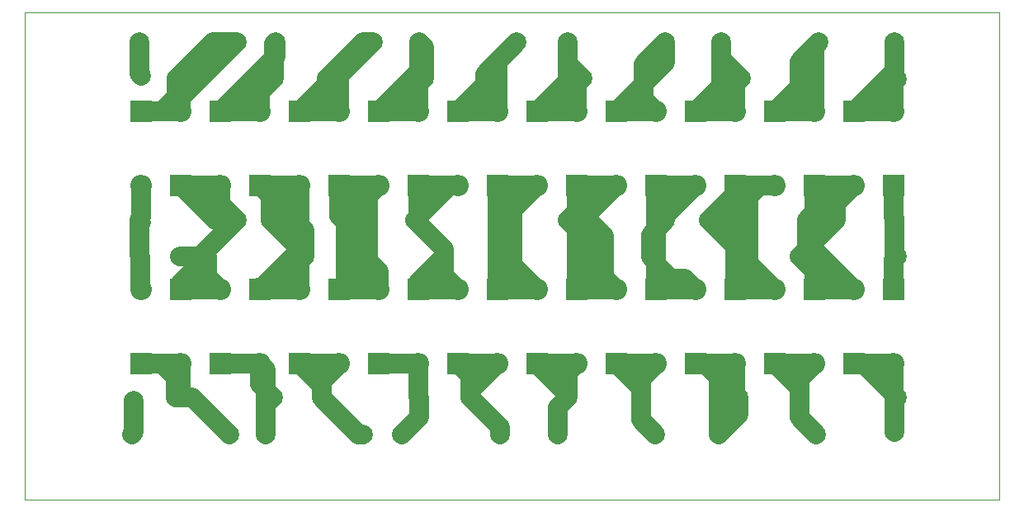
<source format=gbr>
G04 #@! TF.GenerationSoftware,KiCad,Pcbnew,5.1.4-e60b266~84~ubuntu16.04.1*
G04 #@! TF.CreationDate,2019-10-09T00:34:16-05:00*
G04 #@! TF.ProjectId,10x10p,31307831-3070-42e6-9b69-6361645f7063,rev?*
G04 #@! TF.SameCoordinates,Original*
G04 #@! TF.FileFunction,Copper,L2,Bot*
G04 #@! TF.FilePolarity,Positive*
%FSLAX46Y46*%
G04 Gerber Fmt 4.6, Leading zero omitted, Abs format (unit mm)*
G04 Created by KiCad (PCBNEW 5.1.4-e60b266~84~ubuntu16.04.1) date 2019-10-09 00:34:16*
%MOMM*%
%LPD*%
G04 APERTURE LIST*
G04 #@! TA.AperFunction,NonConductor*
%ADD10C,0.050000*%
G04 #@! TD*
G04 #@! TA.AperFunction,ComponentPad*
%ADD11C,1.998980*%
G04 #@! TD*
G04 #@! TA.AperFunction,ComponentPad*
%ADD12C,2.000000*%
G04 #@! TD*
G04 #@! TA.AperFunction,ComponentPad*
%ADD13O,2.200000X2.200000*%
G04 #@! TD*
G04 #@! TA.AperFunction,ComponentPad*
%ADD14R,2.200000X2.200000*%
G04 #@! TD*
G04 #@! TA.AperFunction,Conductor*
%ADD15C,2.000000*%
G04 #@! TD*
G04 APERTURE END LIST*
D10*
X50000000Y-100000000D02*
X50000000Y-50000000D01*
X150000000Y-100000000D02*
X50000000Y-100000000D01*
X150000000Y-50000000D02*
X150000000Y-100000000D01*
X50000000Y-50000000D02*
X150000000Y-50000000D01*
D11*
G04 #@! TO.P,HV1,1*
G04 #@! TO.N,/multiplier/HV1*
X65943800Y-75040400D03*
G04 #@! TD*
G04 #@! TO.P,IN2,1*
G04 #@! TO.N,/multiplier/IN2*
X61219400Y-89848600D03*
G04 #@! TD*
G04 #@! TO.P,IN1,1*
G04 #@! TO.N,/multiplier/IN1*
X61930600Y-56447600D03*
G04 #@! TD*
G04 #@! TO.P,HV9,1*
G04 #@! TO.N,/multiplier/HV9*
X133240000Y-71040000D03*
G04 #@! TD*
G04 #@! TO.P,OUT1,1*
G04 #@! TO.N,/multiplier/OUT1*
X139240000Y-53040000D03*
G04 #@! TD*
G04 #@! TO.P,HV0,1*
G04 #@! TO.N,/multiplier/HV0*
X61879800Y-75040400D03*
G04 #@! TD*
G04 #@! TO.P,OUT2,1*
G04 #@! TO.N,/multiplier/OUT2*
X139240000Y-93040000D03*
G04 #@! TD*
G04 #@! TO.P,HV10,1*
G04 #@! TO.N,/multiplier/HV10*
X139240000Y-71040000D03*
G04 #@! TD*
D12*
G04 #@! TO.P,C30,2*
G04 #@! TO.N,Net-(C29-Pad1)*
X129490000Y-89540000D03*
G04 #@! TO.P,C30,1*
G04 #@! TO.N,/multiplier/OUT2*
X139490000Y-89540000D03*
G04 #@! TD*
G04 #@! TO.P,C29,2*
G04 #@! TO.N,Net-(C28-Pad1)*
X121240000Y-93290000D03*
G04 #@! TO.P,C29,1*
G04 #@! TO.N,Net-(C29-Pad1)*
X131240000Y-93290000D03*
G04 #@! TD*
G04 #@! TO.P,C28,2*
G04 #@! TO.N,Net-(C27-Pad1)*
X113240000Y-89540000D03*
G04 #@! TO.P,C28,1*
G04 #@! TO.N,Net-(C28-Pad1)*
X123240000Y-89540000D03*
G04 #@! TD*
G04 #@! TO.P,C27,2*
G04 #@! TO.N,Net-(C26-Pad1)*
X104740000Y-93290000D03*
G04 #@! TO.P,C27,1*
G04 #@! TO.N,Net-(C27-Pad1)*
X114740000Y-93290000D03*
G04 #@! TD*
G04 #@! TO.P,C26,2*
G04 #@! TO.N,Net-(C25-Pad1)*
X95740000Y-89540000D03*
G04 #@! TO.P,C26,1*
G04 #@! TO.N,Net-(C26-Pad1)*
X105740000Y-89540000D03*
G04 #@! TD*
G04 #@! TO.P,C25,2*
G04 #@! TO.N,Net-(C24-Pad1)*
X88740000Y-93290000D03*
G04 #@! TO.P,C25,1*
G04 #@! TO.N,Net-(C25-Pad1)*
X98740000Y-93290000D03*
G04 #@! TD*
G04 #@! TO.P,C24,2*
G04 #@! TO.N,Net-(C23-Pad1)*
X80490000Y-89540000D03*
G04 #@! TO.P,C24,1*
G04 #@! TO.N,Net-(C24-Pad1)*
X90490000Y-89540000D03*
G04 #@! TD*
G04 #@! TO.P,C23,2*
G04 #@! TO.N,Net-(C22-Pad1)*
X74740000Y-93290000D03*
G04 #@! TO.P,C23,1*
G04 #@! TO.N,Net-(C23-Pad1)*
X84740000Y-93290000D03*
G04 #@! TD*
G04 #@! TO.P,C22,2*
G04 #@! TO.N,Net-(C21-Pad1)*
X65494200Y-89518400D03*
G04 #@! TO.P,C22,1*
G04 #@! TO.N,Net-(C22-Pad1)*
X75494200Y-89518400D03*
G04 #@! TD*
G04 #@! TO.P,C21,2*
G04 #@! TO.N,/multiplier/IN2*
X60990000Y-93290000D03*
G04 #@! TO.P,C21,1*
G04 #@! TO.N,Net-(C21-Pad1)*
X70990000Y-93290000D03*
G04 #@! TD*
G04 #@! TO.P,C20,2*
G04 #@! TO.N,/multiplier/HV9*
X129490000Y-75040000D03*
G04 #@! TO.P,C20,1*
G04 #@! TO.N,/multiplier/HV10*
X139490000Y-75040000D03*
G04 #@! TD*
G04 #@! TO.P,C19,2*
G04 #@! TO.N,Net-(C18-Pad1)*
X120240000Y-71290000D03*
G04 #@! TO.P,C19,1*
G04 #@! TO.N,/multiplier/HV9*
X130240000Y-71290000D03*
G04 #@! TD*
G04 #@! TO.P,C18,2*
G04 #@! TO.N,Net-(C17-Pad1)*
X114240000Y-75040000D03*
G04 #@! TO.P,C18,1*
G04 #@! TO.N,Net-(C18-Pad1)*
X124240000Y-75040000D03*
G04 #@! TD*
G04 #@! TO.P,C17,2*
G04 #@! TO.N,Net-(C16-Pad1)*
X105740000Y-71332000D03*
G04 #@! TO.P,C17,1*
G04 #@! TO.N,Net-(C17-Pad1)*
X115740000Y-71332000D03*
G04 #@! TD*
G04 #@! TO.P,C16,2*
G04 #@! TO.N,Net-(C15-Pad1)*
X99490000Y-75040000D03*
G04 #@! TO.P,C16,1*
G04 #@! TO.N,Net-(C16-Pad1)*
X109490000Y-75040000D03*
G04 #@! TD*
G04 #@! TO.P,C15,2*
G04 #@! TO.N,Net-(C14-Pad1)*
X90056000Y-71332000D03*
G04 #@! TO.P,C15,1*
G04 #@! TO.N,Net-(C15-Pad1)*
X100056000Y-71332000D03*
G04 #@! TD*
G04 #@! TO.P,C14,2*
G04 #@! TO.N,Net-(C13-Pad1)*
X82990000Y-75040000D03*
G04 #@! TO.P,C14,1*
G04 #@! TO.N,Net-(C14-Pad1)*
X92990000Y-75040000D03*
G04 #@! TD*
G04 #@! TO.P,C13,2*
G04 #@! TO.N,Net-(C12-Pad1)*
X75240000Y-71290000D03*
G04 #@! TO.P,C13,1*
G04 #@! TO.N,Net-(C13-Pad1)*
X85240000Y-71290000D03*
G04 #@! TD*
G04 #@! TO.P,C12,2*
G04 #@! TO.N,/multiplier/HV1*
X68720000Y-75040400D03*
G04 #@! TO.P,C12,1*
G04 #@! TO.N,Net-(C12-Pad1)*
X78720000Y-75040400D03*
G04 #@! TD*
G04 #@! TO.P,C11,2*
G04 #@! TO.N,/multiplier/HV0*
X61740000Y-71290000D03*
G04 #@! TO.P,C11,1*
G04 #@! TO.N,/multiplier/HV1*
X71740000Y-71290000D03*
G04 #@! TD*
G04 #@! TO.P,C10,2*
G04 #@! TO.N,Net-(C10-Pad2)*
X129490000Y-56790000D03*
G04 #@! TO.P,C10,1*
G04 #@! TO.N,/multiplier/OUT1*
X139490000Y-56790000D03*
G04 #@! TD*
G04 #@! TO.P,C9,2*
G04 #@! TO.N,Net-(C8-Pad1)*
X121490000Y-53040000D03*
G04 #@! TO.P,C9,1*
G04 #@! TO.N,Net-(C10-Pad2)*
X131490000Y-53040000D03*
G04 #@! TD*
G04 #@! TO.P,C8,2*
G04 #@! TO.N,Net-(C7-Pad1)*
X113518000Y-56727000D03*
G04 #@! TO.P,C8,1*
G04 #@! TO.N,Net-(C8-Pad1)*
X123518000Y-56727000D03*
G04 #@! TD*
G04 #@! TO.P,C7,2*
G04 #@! TO.N,Net-(C6-Pad1)*
X105740000Y-53040000D03*
G04 #@! TO.P,C7,1*
G04 #@! TO.N,Net-(C7-Pad1)*
X115740000Y-53040000D03*
G04 #@! TD*
G04 #@! TO.P,C6,2*
G04 #@! TO.N,Net-(C5-Pad1)*
X97218800Y-56752400D03*
G04 #@! TO.P,C6,1*
G04 #@! TO.N,Net-(C6-Pad1)*
X107218800Y-56752400D03*
G04 #@! TD*
G04 #@! TO.P,C5,2*
G04 #@! TO.N,Net-(C4-Pad1)*
X90490000Y-53040000D03*
G04 #@! TO.P,C5,1*
G04 #@! TO.N,Net-(C5-Pad1)*
X100490000Y-53040000D03*
G04 #@! TD*
G04 #@! TO.P,C4,2*
G04 #@! TO.N,Net-(C3-Pad1)*
X81006000Y-56752400D03*
G04 #@! TO.P,C4,1*
G04 #@! TO.N,Net-(C4-Pad1)*
X91006000Y-56752400D03*
G04 #@! TD*
G04 #@! TO.P,C3,2*
G04 #@! TO.N,Net-(C2-Pad1)*
X75740000Y-53040000D03*
G04 #@! TO.P,C3,1*
G04 #@! TO.N,Net-(C3-Pad1)*
X85740000Y-53040000D03*
G04 #@! TD*
G04 #@! TO.P,C2,2*
G04 #@! TO.N,Net-(C1-Pad1)*
X65595800Y-56752400D03*
G04 #@! TO.P,C2,1*
G04 #@! TO.N,Net-(C2-Pad1)*
X75595800Y-56752400D03*
G04 #@! TD*
G04 #@! TO.P,C1,2*
G04 #@! TO.N,/multiplier/IN1*
X61740000Y-53040000D03*
G04 #@! TO.P,C1,1*
G04 #@! TO.N,Net-(C1-Pad1)*
X71740000Y-53040000D03*
G04 #@! TD*
D13*
G04 #@! TO.P,D40,2*
G04 #@! TO.N,/multiplier/OUT2*
X139172000Y-86072000D03*
D14*
G04 #@! TO.P,D40,1*
G04 #@! TO.N,/multiplier/HV10*
X139172000Y-78452000D03*
G04 #@! TD*
D13*
G04 #@! TO.P,D39,2*
G04 #@! TO.N,/multiplier/HV9*
X135108000Y-78452000D03*
D14*
G04 #@! TO.P,D39,1*
G04 #@! TO.N,/multiplier/OUT2*
X135108000Y-86072000D03*
G04 #@! TD*
D13*
G04 #@! TO.P,D38,2*
G04 #@! TO.N,Net-(C29-Pad1)*
X131044000Y-86072000D03*
D14*
G04 #@! TO.P,D38,1*
G04 #@! TO.N,/multiplier/HV9*
X131044000Y-78452000D03*
G04 #@! TD*
D13*
G04 #@! TO.P,D37,2*
G04 #@! TO.N,Net-(C18-Pad1)*
X126980000Y-78452000D03*
D14*
G04 #@! TO.P,D37,1*
G04 #@! TO.N,Net-(C29-Pad1)*
X126980000Y-86072000D03*
G04 #@! TD*
D13*
G04 #@! TO.P,D36,2*
G04 #@! TO.N,Net-(C28-Pad1)*
X122916000Y-86072000D03*
D14*
G04 #@! TO.P,D36,1*
G04 #@! TO.N,Net-(C18-Pad1)*
X122916000Y-78452000D03*
G04 #@! TD*
D13*
G04 #@! TO.P,D35,2*
G04 #@! TO.N,Net-(C17-Pad1)*
X118852000Y-78452000D03*
D14*
G04 #@! TO.P,D35,1*
G04 #@! TO.N,Net-(C28-Pad1)*
X118852000Y-86072000D03*
G04 #@! TD*
D13*
G04 #@! TO.P,D34,2*
G04 #@! TO.N,Net-(C27-Pad1)*
X114788000Y-86072000D03*
D14*
G04 #@! TO.P,D34,1*
G04 #@! TO.N,Net-(C17-Pad1)*
X114788000Y-78452000D03*
G04 #@! TD*
D13*
G04 #@! TO.P,D33,2*
G04 #@! TO.N,Net-(C16-Pad1)*
X110724000Y-78452000D03*
D14*
G04 #@! TO.P,D33,1*
G04 #@! TO.N,Net-(C27-Pad1)*
X110724000Y-86072000D03*
G04 #@! TD*
D13*
G04 #@! TO.P,D32,2*
G04 #@! TO.N,Net-(C26-Pad1)*
X106660000Y-86072000D03*
D14*
G04 #@! TO.P,D32,1*
G04 #@! TO.N,Net-(C16-Pad1)*
X106660000Y-78452000D03*
G04 #@! TD*
D13*
G04 #@! TO.P,D31,2*
G04 #@! TO.N,Net-(C15-Pad1)*
X102596000Y-78452000D03*
D14*
G04 #@! TO.P,D31,1*
G04 #@! TO.N,Net-(C26-Pad1)*
X102596000Y-86072000D03*
G04 #@! TD*
D13*
G04 #@! TO.P,D30,2*
G04 #@! TO.N,Net-(C25-Pad1)*
X98532000Y-86072000D03*
D14*
G04 #@! TO.P,D30,1*
G04 #@! TO.N,Net-(C15-Pad1)*
X98532000Y-78452000D03*
G04 #@! TD*
D13*
G04 #@! TO.P,D29,2*
G04 #@! TO.N,Net-(C14-Pad1)*
X94468000Y-78452000D03*
D14*
G04 #@! TO.P,D29,1*
G04 #@! TO.N,Net-(C25-Pad1)*
X94468000Y-86072000D03*
G04 #@! TD*
D13*
G04 #@! TO.P,D28,2*
G04 #@! TO.N,Net-(C24-Pad1)*
X90404000Y-86072000D03*
D14*
G04 #@! TO.P,D28,1*
G04 #@! TO.N,Net-(C14-Pad1)*
X90404000Y-78452000D03*
G04 #@! TD*
D13*
G04 #@! TO.P,D27,2*
G04 #@! TO.N,Net-(C13-Pad1)*
X86340000Y-78452000D03*
D14*
G04 #@! TO.P,D27,1*
G04 #@! TO.N,Net-(C24-Pad1)*
X86340000Y-86072000D03*
G04 #@! TD*
D13*
G04 #@! TO.P,D26,2*
G04 #@! TO.N,Net-(C23-Pad1)*
X82276000Y-86072000D03*
D14*
G04 #@! TO.P,D26,1*
G04 #@! TO.N,Net-(C13-Pad1)*
X82276000Y-78452000D03*
G04 #@! TD*
D13*
G04 #@! TO.P,D25,2*
G04 #@! TO.N,Net-(C12-Pad1)*
X78212000Y-78452000D03*
D14*
G04 #@! TO.P,D25,1*
G04 #@! TO.N,Net-(C23-Pad1)*
X78212000Y-86072000D03*
G04 #@! TD*
D13*
G04 #@! TO.P,D24,2*
G04 #@! TO.N,Net-(C22-Pad1)*
X74148000Y-86072000D03*
D14*
G04 #@! TO.P,D24,1*
G04 #@! TO.N,Net-(C12-Pad1)*
X74148000Y-78452000D03*
G04 #@! TD*
D13*
G04 #@! TO.P,D23,2*
G04 #@! TO.N,/multiplier/HV1*
X70084000Y-78452000D03*
D14*
G04 #@! TO.P,D23,1*
G04 #@! TO.N,Net-(C22-Pad1)*
X70084000Y-86072000D03*
G04 #@! TD*
D13*
G04 #@! TO.P,D22,2*
G04 #@! TO.N,Net-(C21-Pad1)*
X66020000Y-86072000D03*
D14*
G04 #@! TO.P,D22,1*
G04 #@! TO.N,/multiplier/HV1*
X66020000Y-78452000D03*
G04 #@! TD*
D13*
G04 #@! TO.P,D21,2*
G04 #@! TO.N,/multiplier/HV0*
X61956000Y-78452000D03*
D14*
G04 #@! TO.P,D21,1*
G04 #@! TO.N,Net-(C21-Pad1)*
X61956000Y-86072000D03*
G04 #@! TD*
D13*
G04 #@! TO.P,D20,2*
G04 #@! TO.N,/multiplier/OUT1*
X139172000Y-60156000D03*
D14*
G04 #@! TO.P,D20,1*
G04 #@! TO.N,/multiplier/HV10*
X139172000Y-67776000D03*
G04 #@! TD*
D13*
G04 #@! TO.P,D19,2*
G04 #@! TO.N,/multiplier/HV9*
X135108000Y-67776000D03*
D14*
G04 #@! TO.P,D19,1*
G04 #@! TO.N,/multiplier/OUT1*
X135108000Y-60156000D03*
G04 #@! TD*
D13*
G04 #@! TO.P,D18,2*
G04 #@! TO.N,Net-(C10-Pad2)*
X131044000Y-60156000D03*
D14*
G04 #@! TO.P,D18,1*
G04 #@! TO.N,/multiplier/HV9*
X131044000Y-67776000D03*
G04 #@! TD*
D13*
G04 #@! TO.P,D17,2*
G04 #@! TO.N,Net-(C18-Pad1)*
X126980000Y-67776000D03*
D14*
G04 #@! TO.P,D17,1*
G04 #@! TO.N,Net-(C10-Pad2)*
X126980000Y-60156000D03*
G04 #@! TD*
D13*
G04 #@! TO.P,D16,2*
G04 #@! TO.N,Net-(C8-Pad1)*
X122916000Y-60156000D03*
D14*
G04 #@! TO.P,D16,1*
G04 #@! TO.N,Net-(C18-Pad1)*
X122916000Y-67776000D03*
G04 #@! TD*
D13*
G04 #@! TO.P,D15,2*
G04 #@! TO.N,Net-(C17-Pad1)*
X118852000Y-67776000D03*
D14*
G04 #@! TO.P,D15,1*
G04 #@! TO.N,Net-(C8-Pad1)*
X118852000Y-60156000D03*
G04 #@! TD*
D13*
G04 #@! TO.P,D14,2*
G04 #@! TO.N,Net-(C7-Pad1)*
X114788000Y-60156000D03*
D14*
G04 #@! TO.P,D14,1*
G04 #@! TO.N,Net-(C17-Pad1)*
X114788000Y-67776000D03*
G04 #@! TD*
D13*
G04 #@! TO.P,D13,2*
G04 #@! TO.N,Net-(C16-Pad1)*
X110724000Y-67776000D03*
D14*
G04 #@! TO.P,D13,1*
G04 #@! TO.N,Net-(C7-Pad1)*
X110724000Y-60156000D03*
G04 #@! TD*
D13*
G04 #@! TO.P,D12,2*
G04 #@! TO.N,Net-(C6-Pad1)*
X106660000Y-60156000D03*
D14*
G04 #@! TO.P,D12,1*
G04 #@! TO.N,Net-(C16-Pad1)*
X106660000Y-67776000D03*
G04 #@! TD*
D13*
G04 #@! TO.P,D11,2*
G04 #@! TO.N,Net-(C15-Pad1)*
X102596000Y-67776000D03*
D14*
G04 #@! TO.P,D11,1*
G04 #@! TO.N,Net-(C6-Pad1)*
X102596000Y-60156000D03*
G04 #@! TD*
D13*
G04 #@! TO.P,D10,2*
G04 #@! TO.N,Net-(C5-Pad1)*
X98532000Y-60156000D03*
D14*
G04 #@! TO.P,D10,1*
G04 #@! TO.N,Net-(C15-Pad1)*
X98532000Y-67776000D03*
G04 #@! TD*
D13*
G04 #@! TO.P,D9,2*
G04 #@! TO.N,Net-(C14-Pad1)*
X94468000Y-67776000D03*
D14*
G04 #@! TO.P,D9,1*
G04 #@! TO.N,Net-(C5-Pad1)*
X94468000Y-60156000D03*
G04 #@! TD*
D13*
G04 #@! TO.P,D8,2*
G04 #@! TO.N,Net-(C4-Pad1)*
X90404000Y-60156000D03*
D14*
G04 #@! TO.P,D8,1*
G04 #@! TO.N,Net-(C14-Pad1)*
X90404000Y-67776000D03*
G04 #@! TD*
D13*
G04 #@! TO.P,D7,2*
G04 #@! TO.N,Net-(C13-Pad1)*
X86340000Y-67776000D03*
D14*
G04 #@! TO.P,D7,1*
G04 #@! TO.N,Net-(C4-Pad1)*
X86340000Y-60156000D03*
G04 #@! TD*
D13*
G04 #@! TO.P,D6,2*
G04 #@! TO.N,Net-(C3-Pad1)*
X82276000Y-60156000D03*
D14*
G04 #@! TO.P,D6,1*
G04 #@! TO.N,Net-(C13-Pad1)*
X82276000Y-67776000D03*
G04 #@! TD*
D13*
G04 #@! TO.P,D5,2*
G04 #@! TO.N,Net-(C12-Pad1)*
X78212000Y-67776000D03*
D14*
G04 #@! TO.P,D5,1*
G04 #@! TO.N,Net-(C3-Pad1)*
X78212000Y-60156000D03*
G04 #@! TD*
D13*
G04 #@! TO.P,D4,2*
G04 #@! TO.N,Net-(C2-Pad1)*
X74148000Y-60156000D03*
D14*
G04 #@! TO.P,D4,1*
G04 #@! TO.N,Net-(C12-Pad1)*
X74148000Y-67776000D03*
G04 #@! TD*
D13*
G04 #@! TO.P,D3,2*
G04 #@! TO.N,/multiplier/HV1*
X70084000Y-67776000D03*
D14*
G04 #@! TO.P,D3,1*
G04 #@! TO.N,Net-(C2-Pad1)*
X70084000Y-60156000D03*
G04 #@! TD*
D13*
G04 #@! TO.P,D2,2*
G04 #@! TO.N,Net-(C1-Pad1)*
X66020000Y-60156000D03*
D14*
G04 #@! TO.P,D2,1*
G04 #@! TO.N,/multiplier/HV1*
X66020000Y-67776000D03*
G04 #@! TD*
D13*
G04 #@! TO.P,D1,2*
G04 #@! TO.N,/multiplier/HV0*
X61956000Y-67776000D03*
D14*
G04 #@! TO.P,D1,1*
G04 #@! TO.N,Net-(C1-Pad1)*
X61956000Y-60156000D03*
G04 #@! TD*
D15*
G04 #@! TO.N,Net-(C1-Pad1)*
X69308200Y-53040000D02*
X65595800Y-56752400D01*
X71740000Y-53040000D02*
X69308200Y-53040000D01*
X65595800Y-59731800D02*
X66020000Y-60156000D01*
X65595800Y-56752400D02*
X65595800Y-59731800D01*
X66020000Y-58760000D02*
X71740000Y-53040000D01*
X66020000Y-60156000D02*
X66020000Y-58760000D01*
X65595800Y-58599000D02*
X64038800Y-60156000D01*
X65595800Y-56752400D02*
X65595800Y-58599000D01*
X64038800Y-60156000D02*
X61956000Y-60156000D01*
X66020000Y-60156000D02*
X64038800Y-60156000D01*
G04 #@! TO.N,Net-(C2-Pad1)*
X70084000Y-60156000D02*
X74148000Y-60156000D01*
X74148000Y-58200200D02*
X75595800Y-56752400D01*
X74148000Y-60156000D02*
X74148000Y-58200200D01*
X75595800Y-53184200D02*
X75740000Y-53040000D01*
X75595800Y-56752400D02*
X75595800Y-53184200D01*
X72192200Y-60156000D02*
X75595800Y-56752400D01*
X70084000Y-60156000D02*
X72192200Y-60156000D01*
X75740000Y-54500000D02*
X70084000Y-60156000D01*
X75740000Y-53040000D02*
X75740000Y-54500000D01*
G04 #@! TO.N,Net-(C3-Pad1)*
X84718400Y-53040000D02*
X81006000Y-56752400D01*
X85740000Y-53040000D02*
X84718400Y-53040000D01*
X81006000Y-58886000D02*
X82276000Y-60156000D01*
X81006000Y-56752400D02*
X81006000Y-58886000D01*
X82276000Y-60156000D02*
X78212000Y-60156000D01*
X81006000Y-57362000D02*
X78212000Y-60156000D01*
X81006000Y-56752400D02*
X81006000Y-57362000D01*
X82276000Y-56504000D02*
X82276000Y-60156000D01*
X85740000Y-53040000D02*
X82276000Y-56504000D01*
G04 #@! TO.N,Net-(C4-Pad1)*
X86340000Y-60156000D02*
X90404000Y-60156000D01*
X90404000Y-57354400D02*
X91006000Y-56752400D01*
X90404000Y-60156000D02*
X90404000Y-57354400D01*
X91006000Y-53556000D02*
X90490000Y-53040000D01*
X91006000Y-56752400D02*
X91006000Y-53556000D01*
X87602400Y-60156000D02*
X91006000Y-56752400D01*
X86340000Y-60156000D02*
X87602400Y-60156000D01*
X90490000Y-56006000D02*
X86340000Y-60156000D01*
X90490000Y-53040000D02*
X90490000Y-56006000D01*
G04 #@! TO.N,Net-(C5-Pad1)*
X94468000Y-60156000D02*
X98532000Y-60156000D01*
X98532000Y-58065600D02*
X97218800Y-56752400D01*
X98532000Y-60156000D02*
X98532000Y-58065600D01*
X97218800Y-56311200D02*
X100490000Y-53040000D01*
X97218800Y-56752400D02*
X97218800Y-56311200D01*
X97218800Y-57405200D02*
X94468000Y-60156000D01*
X97218800Y-56752400D02*
X97218800Y-57405200D01*
X97218800Y-58842800D02*
X97218800Y-57405200D01*
X98532000Y-60156000D02*
X97218800Y-58842800D01*
X98532000Y-54998000D02*
X98532000Y-60156000D01*
X100490000Y-53040000D02*
X98532000Y-54998000D01*
G04 #@! TO.N,Net-(C6-Pad1)*
X106660000Y-57311200D02*
X107218800Y-56752400D01*
X106660000Y-60156000D02*
X106660000Y-57311200D01*
X106660000Y-60156000D02*
X102596000Y-60156000D01*
X103815200Y-60156000D02*
X107218800Y-56752400D01*
X102596000Y-60156000D02*
X103815200Y-60156000D01*
X105740000Y-55273600D02*
X107218800Y-56752400D01*
X105740000Y-53040000D02*
X105740000Y-55273600D01*
X105740000Y-57012000D02*
X102596000Y-60156000D01*
X105740000Y-53040000D02*
X105740000Y-57012000D01*
G04 #@! TO.N,Net-(C7-Pad1)*
X110724000Y-60156000D02*
X114788000Y-60156000D01*
X113518000Y-58886000D02*
X114788000Y-60156000D01*
X113518000Y-56727000D02*
X113518000Y-58886000D01*
X113518000Y-55262000D02*
X115740000Y-53040000D01*
X113518000Y-56727000D02*
X113518000Y-55262000D01*
X113518000Y-57362000D02*
X110724000Y-60156000D01*
X113518000Y-56727000D02*
X113518000Y-57362000D01*
X115740000Y-55140000D02*
X110724000Y-60156000D01*
X115740000Y-53040000D02*
X115740000Y-55140000D01*
G04 #@! TO.N,Net-(C8-Pad1)*
X121490000Y-54699000D02*
X123518000Y-56727000D01*
X121490000Y-53040000D02*
X121490000Y-54699000D01*
X122916000Y-57329000D02*
X123518000Y-56727000D01*
X122916000Y-60156000D02*
X122916000Y-57329000D01*
X122916000Y-60156000D02*
X118852000Y-60156000D01*
X120089000Y-60156000D02*
X123518000Y-56727000D01*
X118852000Y-60156000D02*
X120089000Y-60156000D01*
X121490000Y-58730000D02*
X122916000Y-60156000D01*
X121490000Y-53040000D02*
X121490000Y-58730000D01*
X121490000Y-57518000D02*
X118852000Y-60156000D01*
X121490000Y-53040000D02*
X121490000Y-57518000D01*
G04 #@! TO.N,Net-(C10-Pad2)*
X131044000Y-60156000D02*
X126980000Y-60156000D01*
X129490000Y-58602000D02*
X131044000Y-60156000D01*
X129490000Y-56790000D02*
X129490000Y-58602000D01*
X129490000Y-57646000D02*
X126980000Y-60156000D01*
X129490000Y-56790000D02*
X129490000Y-57646000D01*
X129490000Y-55040000D02*
X131490000Y-53040000D01*
X129490000Y-56790000D02*
X129490000Y-55040000D01*
X131044000Y-53486000D02*
X131490000Y-53040000D01*
X131044000Y-60156000D02*
X131044000Y-53486000D01*
G04 #@! TO.N,Net-(C12-Pad1)*
X75240000Y-68868000D02*
X74148000Y-67776000D01*
X75240000Y-71290000D02*
X75240000Y-68868000D01*
X74148000Y-67776000D02*
X78212000Y-67776000D01*
X75240000Y-70748000D02*
X78212000Y-67776000D01*
X75240000Y-71290000D02*
X75240000Y-70748000D01*
X74148000Y-78452000D02*
X74148000Y-78139200D01*
X74148000Y-78452000D02*
X78212000Y-78452000D01*
X78212000Y-75548400D02*
X78720000Y-75040400D01*
X78212000Y-78452000D02*
X78212000Y-75548400D01*
X78720000Y-74770000D02*
X75240000Y-71290000D01*
X78720000Y-75040400D02*
X78720000Y-74770000D01*
X75308400Y-78452000D02*
X78720000Y-75040400D01*
X74148000Y-78452000D02*
X75308400Y-78452000D01*
X78212000Y-74388000D02*
X74148000Y-78452000D01*
X78212000Y-67776000D02*
X78212000Y-74388000D01*
X78720000Y-72348000D02*
X74148000Y-67776000D01*
X78720000Y-75040400D02*
X78720000Y-72348000D01*
G04 #@! TO.N,Net-(C13-Pad1)*
X86340000Y-78452000D02*
X82276000Y-78452000D01*
X82990000Y-77738000D02*
X82276000Y-78452000D01*
X82990000Y-75040000D02*
X82990000Y-77738000D01*
X85240000Y-68876000D02*
X86340000Y-67776000D01*
X85240000Y-71290000D02*
X85240000Y-68876000D01*
X86340000Y-67776000D02*
X82276000Y-67776000D01*
X85240000Y-70740000D02*
X82276000Y-67776000D01*
X85240000Y-71290000D02*
X85240000Y-70740000D01*
X86340000Y-78390000D02*
X82990000Y-75040000D01*
X86340000Y-78452000D02*
X86340000Y-78390000D01*
X82990000Y-71126000D02*
X86340000Y-67776000D01*
X82990000Y-75040000D02*
X82990000Y-71126000D01*
X82990000Y-73540000D02*
X85240000Y-71290000D01*
X82990000Y-75040000D02*
X82990000Y-73540000D01*
X85240000Y-75488000D02*
X82276000Y-78452000D01*
X85240000Y-71290000D02*
X85240000Y-75488000D01*
X86340000Y-78452000D02*
X86340000Y-76513600D01*
X86340000Y-76513600D02*
X84079400Y-74253000D01*
X82526000Y-71126000D02*
X82990000Y-71126000D01*
X82276000Y-70876000D02*
X82526000Y-71126000D01*
X82276000Y-67776000D02*
X82276000Y-70876000D01*
G04 #@! TO.N,Net-(C14-Pad1)*
X90404000Y-78452000D02*
X94468000Y-78452000D01*
X92990000Y-76974000D02*
X94468000Y-78452000D01*
X92990000Y-75040000D02*
X92990000Y-76974000D01*
X92990000Y-74266000D02*
X90056000Y-71332000D01*
X92990000Y-75040000D02*
X92990000Y-74266000D01*
X90404000Y-70984000D02*
X90056000Y-71332000D01*
X90404000Y-67776000D02*
X90404000Y-70984000D01*
X90404000Y-67776000D02*
X94468000Y-67776000D01*
X93612000Y-67776000D02*
X90056000Y-71332000D01*
X94468000Y-67776000D02*
X93612000Y-67776000D01*
X90404000Y-77626000D02*
X92990000Y-75040000D01*
X90404000Y-78452000D02*
X90404000Y-77626000D01*
G04 #@! TO.N,Net-(C15-Pad1)*
X102596000Y-67776000D02*
X98532000Y-67776000D01*
X100056000Y-74474000D02*
X99490000Y-75040000D01*
X100056000Y-71332000D02*
X100056000Y-74474000D01*
X99490000Y-77494000D02*
X98532000Y-78452000D01*
X99490000Y-75040000D02*
X99490000Y-77494000D01*
X98532000Y-78452000D02*
X102596000Y-78452000D01*
X99490000Y-75346000D02*
X102596000Y-78452000D01*
X99490000Y-75040000D02*
X99490000Y-75346000D01*
X100056000Y-70316000D02*
X102596000Y-67776000D01*
X100056000Y-71332000D02*
X100056000Y-70316000D01*
X100056000Y-69300000D02*
X98532000Y-67776000D01*
X100056000Y-71332000D02*
X100056000Y-69300000D01*
X98532000Y-67776000D02*
X98532000Y-78452000D01*
X98532000Y-71840000D02*
X102596000Y-67776000D01*
X98532000Y-78452000D02*
X98532000Y-71840000D01*
X100056000Y-75912000D02*
X102596000Y-78452000D01*
X100056000Y-71332000D02*
X100056000Y-75912000D01*
G04 #@! TO.N,Net-(C16-Pad1)*
X110724000Y-78452000D02*
X106660000Y-78452000D01*
X109490000Y-77218000D02*
X110724000Y-78452000D01*
X109490000Y-75040000D02*
X109490000Y-77218000D01*
X105782000Y-71332000D02*
X109490000Y-75040000D01*
X105740000Y-71332000D02*
X105782000Y-71332000D01*
X106660000Y-70412000D02*
X105740000Y-71332000D01*
X106660000Y-67776000D02*
X106660000Y-70412000D01*
X106660000Y-67776000D02*
X110724000Y-67776000D01*
X109296000Y-67776000D02*
X105740000Y-71332000D01*
X110724000Y-67776000D02*
X109296000Y-67776000D01*
X106660000Y-77870000D02*
X109490000Y-75040000D01*
X106660000Y-78452000D02*
X106660000Y-77870000D01*
X106660000Y-72252000D02*
X105740000Y-71332000D01*
X106660000Y-78452000D02*
X106660000Y-72252000D01*
X110724000Y-78452000D02*
X107701400Y-75429400D01*
X106660000Y-72210000D02*
X109490000Y-75040000D01*
X106660000Y-67776000D02*
X106660000Y-72210000D01*
X106660000Y-78452000D02*
X106660000Y-71840000D01*
X109490000Y-72942800D02*
X107523600Y-70976400D01*
X109490000Y-75040000D02*
X109490000Y-72942800D01*
X107523600Y-70976400D02*
X110724000Y-67776000D01*
X106660000Y-71840000D02*
X107523600Y-70976400D01*
G04 #@! TO.N,Net-(C17-Pad1)*
X118852000Y-78452000D02*
X114788000Y-78452000D01*
X114240000Y-72832000D02*
X115740000Y-71332000D01*
X114240000Y-75040000D02*
X114240000Y-72832000D01*
X114788000Y-70380000D02*
X115740000Y-71332000D01*
X114788000Y-67776000D02*
X114788000Y-70380000D01*
X114788000Y-67776000D02*
X118852000Y-67776000D01*
X115740000Y-70888000D02*
X118852000Y-67776000D01*
X115740000Y-71332000D02*
X115740000Y-70888000D01*
X117251800Y-67776000D02*
X114788000Y-70239800D01*
X118852000Y-67776000D02*
X117251800Y-67776000D01*
X117752001Y-77352001D02*
X116286801Y-77352001D01*
X118852000Y-78452000D02*
X117752001Y-77352001D01*
X116286801Y-77352001D02*
X114788000Y-75853200D01*
X114788000Y-70239800D02*
X114788000Y-75853200D01*
X114788000Y-75853200D02*
X114788000Y-78452000D01*
X114788000Y-75588000D02*
X114240000Y-75040000D01*
X114788000Y-78452000D02*
X114788000Y-75588000D01*
G04 #@! TO.N,Net-(C18-Pad1)*
X122916000Y-68614000D02*
X120240000Y-71290000D01*
X122916000Y-67776000D02*
X122916000Y-68614000D01*
X120490000Y-71290000D02*
X124240000Y-75040000D01*
X120240000Y-71290000D02*
X120490000Y-71290000D01*
X124240000Y-77128000D02*
X122916000Y-78452000D01*
X124240000Y-75040000D02*
X124240000Y-77128000D01*
X122916000Y-78452000D02*
X126980000Y-78452000D01*
X124240000Y-75712000D02*
X126980000Y-78452000D01*
X124240000Y-75040000D02*
X124240000Y-75712000D01*
X122916000Y-73966000D02*
X120240000Y-71290000D01*
X122916000Y-78452000D02*
X122916000Y-73966000D01*
X123754000Y-67776000D02*
X124821000Y-67776000D01*
X120240000Y-71290000D02*
X123754000Y-67776000D01*
X124821000Y-67776000D02*
X122916000Y-67776000D01*
X126980000Y-67776000D02*
X124821000Y-67776000D01*
X123128000Y-70072366D02*
X123128000Y-71290000D01*
X125424366Y-67776000D02*
X123128000Y-70072366D01*
X126980000Y-67776000D02*
X125424366Y-67776000D01*
X120240000Y-71290000D02*
X123128000Y-71290000D01*
X124240000Y-69100000D02*
X122916000Y-67776000D01*
X124240000Y-75040000D02*
X124240000Y-69100000D01*
X122916000Y-74388000D02*
X126980000Y-78452000D01*
X122916000Y-67776000D02*
X122916000Y-74388000D01*
G04 #@! TO.N,Net-(C21-Pad1)*
X66020000Y-88992600D02*
X65494200Y-89518400D01*
X66020000Y-86072000D02*
X66020000Y-88992600D01*
X65494200Y-87443200D02*
X64123000Y-86072000D01*
X64123000Y-86072000D02*
X61956000Y-86072000D01*
X65494200Y-89518400D02*
X65494200Y-87443200D01*
X66020000Y-86072000D02*
X64123000Y-86072000D01*
X67218400Y-89518400D02*
X70990000Y-93290000D01*
X65494200Y-89518400D02*
X67218400Y-89518400D01*
G04 #@! TO.N,Net-(C22-Pad1)*
X74148000Y-88172200D02*
X75494200Y-89518400D01*
X74148000Y-86072000D02*
X74148000Y-88172200D01*
X74148000Y-86072000D02*
X70084000Y-86072000D01*
X74740000Y-90272600D02*
X75494200Y-89518400D01*
X74740000Y-93290000D02*
X74740000Y-90272600D01*
X74740000Y-86664000D02*
X74148000Y-86072000D01*
X74740000Y-93290000D02*
X74740000Y-86664000D01*
G04 #@! TO.N,Net-(C23-Pad1)*
X84240000Y-93290000D02*
X80490000Y-89540000D01*
X84740000Y-93290000D02*
X84240000Y-93290000D01*
X80490000Y-87858000D02*
X82276000Y-86072000D01*
X80490000Y-89540000D02*
X80490000Y-87858000D01*
X82276000Y-86072000D02*
X78212000Y-86072000D01*
X80490000Y-88350000D02*
X78212000Y-86072000D01*
X80490000Y-89540000D02*
X80490000Y-88350000D01*
G04 #@! TO.N,Net-(C24-Pad1)*
X86340000Y-86072000D02*
X90404000Y-86072000D01*
X90404000Y-89454000D02*
X90490000Y-89540000D01*
X90404000Y-86072000D02*
X90404000Y-89454000D01*
X90490000Y-91540000D02*
X88740000Y-93290000D01*
X90490000Y-89540000D02*
X90490000Y-91540000D01*
G04 #@! TO.N,Net-(C25-Pad1)*
X98740000Y-92540000D02*
X95740000Y-89540000D01*
X98740000Y-93290000D02*
X98740000Y-92540000D01*
X95740000Y-87344000D02*
X94468000Y-86072000D01*
X95740000Y-89540000D02*
X95740000Y-87344000D01*
X94468000Y-86072000D02*
X98532000Y-86072000D01*
X95740000Y-88864000D02*
X98532000Y-86072000D01*
X95740000Y-89540000D02*
X95740000Y-88864000D01*
G04 #@! TO.N,Net-(C26-Pad1)*
X102596000Y-86072000D02*
X106660000Y-86072000D01*
X105740000Y-86992000D02*
X106660000Y-86072000D01*
X105740000Y-89540000D02*
X105740000Y-86992000D01*
X104740000Y-90540000D02*
X105740000Y-89540000D01*
X104740000Y-93290000D02*
X104740000Y-90540000D01*
X105740000Y-89216000D02*
X102596000Y-86072000D01*
X105740000Y-89540000D02*
X105740000Y-89216000D01*
G04 #@! TO.N,Net-(C27-Pad1)*
X113240000Y-91790000D02*
X114740000Y-93290000D01*
X113240000Y-89540000D02*
X113240000Y-91790000D01*
X113240000Y-87620000D02*
X114788000Y-86072000D01*
X113240000Y-89540000D02*
X113240000Y-87620000D01*
X114788000Y-86072000D02*
X110724000Y-86072000D01*
X113240000Y-88588000D02*
X110724000Y-86072000D01*
X113240000Y-89540000D02*
X113240000Y-88588000D01*
G04 #@! TO.N,Net-(C28-Pad1)*
X122916000Y-89216000D02*
X123240000Y-89540000D01*
X122916000Y-86072000D02*
X122916000Y-89216000D01*
X122916000Y-86072000D02*
X118852000Y-86072000D01*
X119772000Y-86072000D02*
X123240000Y-89540000D01*
X118852000Y-86072000D02*
X119772000Y-86072000D01*
X123240000Y-91290000D02*
X121240000Y-93290000D01*
X123240000Y-89540000D02*
X123240000Y-91290000D01*
X121240000Y-87748000D02*
X122916000Y-86072000D01*
X121240000Y-93290000D02*
X121240000Y-87748000D01*
G04 #@! TO.N,Net-(C29-Pad1)*
X126980000Y-86072000D02*
X131044000Y-86072000D01*
X129490000Y-87626000D02*
X131044000Y-86072000D01*
X129490000Y-89540000D02*
X129490000Y-87626000D01*
X129490000Y-88582000D02*
X126980000Y-86072000D01*
X129490000Y-89540000D02*
X129490000Y-88582000D01*
X129490000Y-91540000D02*
X131240000Y-93290000D01*
X129490000Y-89540000D02*
X129490000Y-91540000D01*
G04 #@! TO.N,/multiplier/IN1*
X61740000Y-56257000D02*
X61930600Y-56447600D01*
X61740000Y-53040000D02*
X61740000Y-56257000D01*
G04 #@! TO.N,/multiplier/OUT1*
X139240000Y-56540000D02*
X139490000Y-56790000D01*
X139240000Y-53040000D02*
X139240000Y-56540000D01*
X139172000Y-57108000D02*
X139490000Y-56790000D01*
X139172000Y-60156000D02*
X139172000Y-57108000D01*
X139172000Y-60156000D02*
X135108000Y-60156000D01*
X136124000Y-60156000D02*
X139490000Y-56790000D01*
X135108000Y-60156000D02*
X136124000Y-60156000D01*
X139240000Y-56024000D02*
X135108000Y-60156000D01*
X139240000Y-53040000D02*
X139240000Y-56024000D01*
G04 #@! TO.N,/multiplier/HV0*
X61990000Y-71540000D02*
X61740000Y-71290000D01*
X61956000Y-71074000D02*
X61740000Y-71290000D01*
X61956000Y-67776000D02*
X61956000Y-71074000D01*
X61740000Y-74900600D02*
X61879800Y-75040400D01*
X61740000Y-71290000D02*
X61740000Y-74900600D01*
X61879800Y-78375800D02*
X61956000Y-78452000D01*
X61879800Y-75040400D02*
X61879800Y-78375800D01*
G04 #@! TO.N,/multiplier/HV9*
X135108000Y-78452000D02*
X131044000Y-78452000D01*
X131044000Y-76594000D02*
X129490000Y-75040000D01*
X131044000Y-78452000D02*
X131044000Y-76594000D01*
X130240000Y-74290000D02*
X129490000Y-75040000D01*
X130240000Y-71290000D02*
X130240000Y-74290000D01*
X132990000Y-71290000D02*
X133240000Y-71040000D01*
X130240000Y-71290000D02*
X132990000Y-71290000D01*
X131044000Y-70486000D02*
X130240000Y-71290000D01*
X131044000Y-67776000D02*
X131044000Y-70486000D01*
X131044000Y-67776000D02*
X135108000Y-67776000D01*
X133240000Y-69644000D02*
X135108000Y-67776000D01*
X133240000Y-71040000D02*
X133240000Y-69644000D01*
X133754000Y-67776000D02*
X130240000Y-71290000D01*
X135108000Y-67776000D02*
X133754000Y-67776000D01*
X133240000Y-71290000D02*
X129490000Y-75040000D01*
X133240000Y-71040000D02*
X133240000Y-71290000D01*
X132902000Y-78452000D02*
X129490000Y-75040000D01*
X135108000Y-78452000D02*
X132902000Y-78452000D01*
X130240000Y-73584000D02*
X135108000Y-78452000D01*
X130240000Y-71290000D02*
X130240000Y-73584000D01*
G04 #@! TO.N,/multiplier/HV10*
X139172000Y-70972000D02*
X139240000Y-71040000D01*
X139172000Y-67776000D02*
X139172000Y-70972000D01*
X139240000Y-74790000D02*
X139490000Y-75040000D01*
X139240000Y-71040000D02*
X139240000Y-74790000D01*
X139172000Y-78452000D02*
X139172000Y-75358000D01*
X139172000Y-75358000D02*
X139490000Y-75040000D01*
G04 #@! TO.N,/multiplier/IN2*
X61219400Y-93060600D02*
X60990000Y-93290000D01*
X61219400Y-89848600D02*
X61219400Y-93060600D01*
G04 #@! TO.N,/multiplier/OUT2*
X135108000Y-86072000D02*
X139172000Y-86072000D01*
X139172000Y-89222000D02*
X139490000Y-89540000D01*
X139172000Y-86072000D02*
X139172000Y-89222000D01*
X139240000Y-89790000D02*
X139490000Y-89540000D01*
X139240000Y-93040000D02*
X139240000Y-89790000D01*
X136022000Y-86072000D02*
X139490000Y-89540000D01*
X135108000Y-86072000D02*
X136022000Y-86072000D01*
G04 #@! TO.N,/multiplier/HV1*
X70084000Y-69634000D02*
X71740000Y-71290000D01*
X70084000Y-67776000D02*
X70084000Y-69634000D01*
X70084000Y-67776000D02*
X66020000Y-67776000D01*
X69534000Y-71290000D02*
X66020000Y-67776000D01*
X71740000Y-71290000D02*
X69534000Y-71290000D01*
X68490000Y-69370000D02*
X70084000Y-67776000D01*
X66020000Y-78452000D02*
X70084000Y-78452000D01*
X68720000Y-77088000D02*
X70084000Y-78452000D01*
X68720000Y-75040400D02*
X68720000Y-77088000D01*
X68720000Y-75040400D02*
X65943800Y-75040400D01*
X66020000Y-77740400D02*
X68720000Y-75040400D01*
X66020000Y-78452000D02*
X66020000Y-77740400D01*
X67989600Y-75040400D02*
X71740000Y-71290000D01*
X65943800Y-75040400D02*
X67989600Y-75040400D01*
G04 #@! TD*
M02*

</source>
